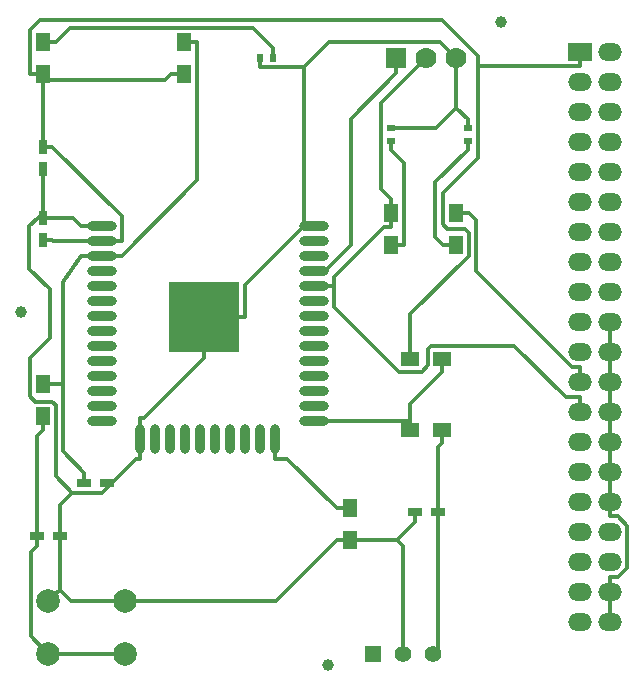
<source format=gbr>
G04 #@! TF.FileFunction,Copper,L1,Top,Signal*
%FSLAX46Y46*%
G04 Gerber Fmt 4.6, Leading zero omitted, Abs format (unit mm)*
G04 Created by KiCad (PCBNEW 4.0.6) date 07/13/17 10:05:15*
%MOMM*%
%LPD*%
G01*
G04 APERTURE LIST*
%ADD10C,0.100000*%
%ADD11R,0.750000X1.200000*%
%ADD12R,1.200000X0.750000*%
%ADD13R,0.600000X0.700000*%
%ADD14R,0.700000X0.600000*%
%ADD15R,1.778000X1.778000*%
%ADD16C,1.778000*%
%ADD17C,2.000000*%
%ADD18R,1.397000X1.397000*%
%ADD19C,1.397000*%
%ADD20O,2.500000X0.900000*%
%ADD21O,0.900000X2.500000*%
%ADD22R,6.000000X6.000000*%
%ADD23R,2.000000X1.524000*%
%ADD24O,2.000000X1.524000*%
%ADD25C,1.000000*%
%ADD26R,1.300000X1.500000*%
%ADD27R,1.500000X1.300000*%
%ADD28C,0.300000*%
G04 APERTURE END LIST*
D10*
D11*
X133000000Y-88950000D03*
X133000000Y-87050000D03*
X133000000Y-93050000D03*
X133000000Y-94950000D03*
D12*
X132550000Y-120000000D03*
X134450000Y-120000000D03*
X136550000Y-115500000D03*
X138450000Y-115500000D03*
X164550000Y-118000000D03*
X166450000Y-118000000D03*
D13*
X152550000Y-79500000D03*
X151450000Y-79500000D03*
D14*
X169000000Y-86550000D03*
X169000000Y-85450000D03*
X162500000Y-86550000D03*
X162500000Y-85450000D03*
D15*
X162960000Y-79500000D03*
D16*
X165500000Y-79500000D03*
X168040000Y-79500000D03*
D17*
X133500000Y-130000000D03*
X133500000Y-125500000D03*
X140000000Y-130000000D03*
X140000000Y-125500000D03*
D18*
X160960000Y-130000000D03*
D19*
X163500000Y-130000000D03*
X166040000Y-130000000D03*
D20*
X156000000Y-93750000D03*
X156000000Y-95020000D03*
X156000000Y-96290000D03*
X156000000Y-97560000D03*
X156000000Y-98830000D03*
X156000000Y-100100000D03*
X156000000Y-101370000D03*
X156000000Y-102640000D03*
X156000000Y-103910000D03*
X156000000Y-105180000D03*
X156000000Y-106450000D03*
X156000000Y-107720000D03*
X156000000Y-108990000D03*
X156000000Y-110260000D03*
D21*
X152715000Y-111750000D03*
X151445000Y-111750000D03*
X150175000Y-111750000D03*
X148905000Y-111750000D03*
X147635000Y-111750000D03*
X146365000Y-111750000D03*
X145095000Y-111750000D03*
X143825000Y-111750000D03*
X142555000Y-111750000D03*
X141285000Y-111750000D03*
D20*
X138000000Y-110260000D03*
X138000000Y-108990000D03*
X138000000Y-107720000D03*
X138000000Y-106450000D03*
X138000000Y-105180000D03*
X138000000Y-103910000D03*
X138000000Y-102640000D03*
X138000000Y-101370000D03*
X138000000Y-100100000D03*
X138000000Y-98830000D03*
X138000000Y-97560000D03*
X138000000Y-96290000D03*
X138000000Y-95020000D03*
X138000000Y-93750000D03*
D22*
X146700000Y-101450000D03*
D23*
X178500000Y-79000000D03*
D24*
X181040000Y-79000000D03*
X178500000Y-91700000D03*
X181040000Y-81540000D03*
X178500000Y-94240000D03*
X181040000Y-84080000D03*
X178500000Y-96780000D03*
X181040000Y-86620000D03*
X178500000Y-99320000D03*
X181040000Y-89160000D03*
X178500000Y-101860000D03*
X181040000Y-91700000D03*
X178500000Y-104400000D03*
X181040000Y-94240000D03*
X178500000Y-106940000D03*
X181040000Y-96780000D03*
X178500000Y-109480000D03*
X181040000Y-99320000D03*
X178500000Y-112020000D03*
X181040000Y-101860000D03*
X178500000Y-114560000D03*
X181040000Y-104400000D03*
X178500000Y-117100000D03*
X181040000Y-106940000D03*
X181040000Y-109480000D03*
X178500000Y-119640000D03*
X181040000Y-112020000D03*
X181040000Y-117100000D03*
X181040000Y-119640000D03*
X181040000Y-122180000D03*
X181040000Y-124720000D03*
X178500000Y-122180000D03*
X178500000Y-124720000D03*
X178500000Y-81540000D03*
X178500000Y-84080000D03*
X178500000Y-86620000D03*
X178500000Y-89160000D03*
X178500000Y-127260000D03*
X181040000Y-127260000D03*
X181040000Y-114560000D03*
D25*
X157200000Y-130900000D03*
X131200000Y-101000000D03*
X171800000Y-76500000D03*
D26*
X133000000Y-78150000D03*
X133000000Y-80850000D03*
X145000000Y-80850000D03*
X145000000Y-78150000D03*
X133000000Y-109850000D03*
X133000000Y-107150000D03*
X162500000Y-92650000D03*
X162500000Y-95350000D03*
X168000000Y-92650000D03*
X168000000Y-95350000D03*
D27*
X166850000Y-111000000D03*
X164150000Y-111000000D03*
X164150000Y-105000000D03*
X166850000Y-105000000D03*
D26*
X159000000Y-120350000D03*
X159000000Y-117650000D03*
D28*
X131874600Y-97349600D02*
X131874600Y-97374600D01*
X131874600Y-97349600D02*
X131874600Y-93762800D01*
X132587400Y-93050000D02*
X131874600Y-93762800D01*
X131899600Y-108165400D02*
X131899600Y-104925000D01*
X132383800Y-108649600D02*
X131899600Y-108165400D01*
X133836400Y-108649600D02*
X132383800Y-108649600D01*
X134100300Y-108913500D02*
X133836400Y-108649600D01*
X134100300Y-114925800D02*
X134100300Y-108913500D01*
X134100300Y-114925800D02*
X135499800Y-116325300D01*
X133600000Y-103224600D02*
X131899600Y-104925000D01*
X133600000Y-99100000D02*
X133600000Y-103224600D01*
X131874600Y-97374600D02*
X133600000Y-99100000D01*
X181040000Y-117100000D02*
X181040000Y-114560000D01*
X181040000Y-114560000D02*
X181040000Y-112020000D01*
X181040000Y-112020000D02*
X181040000Y-109480000D01*
X181040000Y-109480000D02*
X181040000Y-106940000D01*
X181040000Y-106940000D02*
X181040000Y-104400000D01*
X134450000Y-120000000D02*
X134450000Y-119174700D01*
X135499800Y-116325300D02*
X134450000Y-117375100D01*
X134450000Y-117375100D02*
X134450000Y-119174700D01*
X135599700Y-93050000D02*
X136299700Y-93750000D01*
X133000000Y-93050000D02*
X135599700Y-93050000D01*
X138000000Y-93750000D02*
X136299700Y-93750000D01*
X135400000Y-125500000D02*
X134450000Y-124550000D01*
X140000000Y-125500000D02*
X135400000Y-125500000D01*
X133500000Y-125500000D02*
X134450000Y-124550000D01*
X134450000Y-124550000D02*
X134450000Y-120000000D01*
X151450000Y-79500000D02*
X151450000Y-80300300D01*
X164550000Y-118000000D02*
X164550000Y-118825300D01*
X163500000Y-120824700D02*
X163025300Y-120350000D01*
X163500000Y-130000000D02*
X163500000Y-120824700D01*
X163025300Y-120350000D02*
X164550000Y-118825300D01*
X159000000Y-120350000D02*
X163025300Y-120350000D01*
X152749700Y-125500000D02*
X140000000Y-125500000D01*
X157899700Y-120350000D02*
X152749700Y-125500000D01*
X159000000Y-120350000D02*
X157899700Y-120350000D01*
X133000000Y-93050000D02*
X132587400Y-93050000D01*
X133000000Y-92637400D02*
X133000000Y-88950000D01*
X132587400Y-93050000D02*
X133000000Y-92637400D01*
X169000000Y-85450000D02*
X169000000Y-84699700D01*
X166329700Y-85450000D02*
X168040000Y-83739700D01*
X162500000Y-85450000D02*
X166329700Y-85450000D01*
X168040000Y-79500000D02*
X168040000Y-83739700D01*
X168040000Y-83739700D02*
X169000000Y-84699700D01*
X155149900Y-93750000D02*
X155149900Y-80300300D01*
X151450000Y-80300300D02*
X155149900Y-80300300D01*
X166693300Y-78153300D02*
X168040000Y-79500000D01*
X157296900Y-78153300D02*
X166693300Y-78153300D01*
X155149900Y-80300300D02*
X157296900Y-78153300D01*
X181040000Y-101860000D02*
X181040000Y-104400000D01*
X141550600Y-110049700D02*
X146700000Y-104900300D01*
X141285000Y-110049700D02*
X141550600Y-110049700D01*
X146700000Y-101450000D02*
X146700000Y-104900300D01*
X141285000Y-111750000D02*
X141285000Y-110049700D01*
X156000000Y-93750000D02*
X155385600Y-93750000D01*
X155385600Y-93750000D02*
X155149900Y-93750000D01*
X150150300Y-98749600D02*
X150150300Y-101450000D01*
X155149900Y-93750000D02*
X150150300Y-98749600D01*
X146700000Y-101450000D02*
X150150300Y-101450000D01*
X181040000Y-117100000D02*
X181040000Y-118312300D01*
X181040000Y-127260000D02*
X181040000Y-124720000D01*
X181687800Y-118312300D02*
X181040000Y-118312300D01*
X182520500Y-119145000D02*
X181687800Y-118312300D01*
X182520500Y-122709100D02*
X182520500Y-119145000D01*
X181721900Y-123507700D02*
X182520500Y-122709100D01*
X181040000Y-123507700D02*
X181721900Y-123507700D01*
X181040000Y-124720000D02*
X181040000Y-123507700D01*
X138037300Y-116325300D02*
X135499800Y-116325300D01*
X138450000Y-115912600D02*
X138037300Y-116325300D01*
X138450000Y-115500000D02*
X138450000Y-115912600D01*
X140912300Y-113450300D02*
X141285000Y-113450300D01*
X138450000Y-115912600D02*
X140912300Y-113450300D01*
X141285000Y-111750000D02*
X141285000Y-113450300D01*
X132550000Y-120000000D02*
X132550000Y-120825300D01*
X132003200Y-128503200D02*
X133500000Y-130000000D01*
X132003200Y-121372100D02*
X132003200Y-128503200D01*
X132550000Y-120825300D02*
X132003200Y-121372100D01*
X133500000Y-130000000D02*
X140000000Y-130000000D01*
X132550000Y-111500300D02*
X132550000Y-120000000D01*
X133000000Y-111050300D02*
X132550000Y-111500300D01*
X133000000Y-109850000D02*
X133000000Y-111050300D01*
X146100300Y-89890000D02*
X146100300Y-78150000D01*
X139700300Y-96290000D02*
X146100300Y-89890000D01*
X138000000Y-96290000D02*
X139700300Y-96290000D01*
X145000000Y-78150000D02*
X146100300Y-78150000D01*
X134700000Y-98489400D02*
X136299700Y-96290000D01*
X134700000Y-107150000D02*
X134700000Y-98489400D01*
X138000000Y-96290000D02*
X136299700Y-96290000D01*
X133000000Y-107150000D02*
X133950200Y-107150000D01*
X133950200Y-107150000D02*
X134700000Y-107150000D01*
X136550000Y-115500000D02*
X136550000Y-114674700D01*
X134700600Y-107750300D02*
X134700000Y-107150000D01*
X134700600Y-112825300D02*
X134700600Y-107750300D01*
X136550000Y-114674700D02*
X134700600Y-112825300D01*
X166850000Y-111000000D02*
X166850000Y-112100300D01*
X166450000Y-112500300D02*
X166450000Y-118000000D01*
X166850000Y-112100300D02*
X166450000Y-112500300D01*
X166450000Y-129590000D02*
X166040000Y-130000000D01*
X166450000Y-118000000D02*
X166450000Y-129590000D01*
X150799900Y-76949600D02*
X152550000Y-78699700D01*
X135300700Y-76949600D02*
X150799900Y-76949600D01*
X134100300Y-78150000D02*
X135300700Y-76949600D01*
X133000000Y-78150000D02*
X134100300Y-78150000D01*
X152550000Y-79500000D02*
X152550000Y-78699700D01*
X166235800Y-90064500D02*
X169000000Y-87300300D01*
X166235800Y-94686100D02*
X166235800Y-90064500D01*
X166899700Y-95350000D02*
X166235800Y-94686100D01*
X168000000Y-95350000D02*
X166899700Y-95350000D01*
X169000000Y-86550000D02*
X169000000Y-87300300D01*
X163600300Y-88400600D02*
X162500000Y-87300300D01*
X163600300Y-95350000D02*
X163600300Y-88400600D01*
X162500000Y-95350000D02*
X163600300Y-95350000D01*
X162500000Y-86550000D02*
X162500000Y-87300300D01*
X178500000Y-106940000D02*
X178500000Y-105727700D01*
X168000000Y-92650000D02*
X169100300Y-92650000D01*
X169700600Y-93250300D02*
X169100300Y-92650000D01*
X169700600Y-97576100D02*
X169700600Y-93250300D01*
X177852200Y-105727700D02*
X169700600Y-97576100D01*
X178500000Y-105727700D02*
X177852200Y-105727700D01*
X156915500Y-97560000D02*
X156000000Y-97560000D01*
X159116500Y-95359000D02*
X156915500Y-97560000D01*
X159116500Y-84682800D02*
X159116500Y-95359000D01*
X162960000Y-80839300D02*
X159116500Y-84682800D01*
X162960000Y-79500000D02*
X162960000Y-80839300D01*
X157700300Y-98073400D02*
X157700300Y-98830000D01*
X161923400Y-93850300D02*
X157700300Y-98073400D01*
X162500000Y-93850300D02*
X161923400Y-93850300D01*
X156000000Y-98830000D02*
X157700300Y-98830000D01*
X157700300Y-100629100D02*
X157700300Y-98830000D01*
X163171600Y-106100400D02*
X157700300Y-100629100D01*
X165087200Y-106100400D02*
X163171600Y-106100400D01*
X165649600Y-105538000D02*
X165087200Y-106100400D01*
X165649600Y-104137100D02*
X165649600Y-105538000D01*
X165887100Y-103899600D02*
X165649600Y-104137100D01*
X172919600Y-103899600D02*
X165887100Y-103899600D01*
X177287700Y-108267700D02*
X172919600Y-103899600D01*
X178500000Y-108267700D02*
X177287700Y-108267700D01*
X178500000Y-109480000D02*
X178500000Y-108267700D01*
X162500000Y-93250100D02*
X162500000Y-93850300D01*
X162500000Y-93250100D02*
X162500000Y-92650000D01*
X161699600Y-83300400D02*
X165500000Y-79500000D01*
X161699600Y-90649300D02*
X161699600Y-83300400D01*
X162500000Y-91449700D02*
X161699600Y-90649300D01*
X162500000Y-92650000D02*
X162500000Y-91449700D01*
X178500000Y-79000000D02*
X178500000Y-80212300D01*
X133895300Y-95020000D02*
X133825300Y-94950000D01*
X138000000Y-95020000D02*
X133895300Y-95020000D01*
X133000000Y-94950000D02*
X133825300Y-94950000D01*
X138000000Y-95020000D02*
X139700300Y-95020000D01*
X139700300Y-92925000D02*
X139700300Y-95020000D01*
X133825300Y-87050000D02*
X139700300Y-92925000D01*
X133000000Y-87050000D02*
X133825300Y-87050000D01*
X133000000Y-80850000D02*
X132449900Y-80850000D01*
X132449900Y-80850000D02*
X131899700Y-80850000D01*
X145000000Y-80850000D02*
X143899700Y-80850000D01*
X143349600Y-81400100D02*
X143899700Y-80850000D01*
X133000000Y-81400100D02*
X143349600Y-81400100D01*
X133000000Y-87050000D02*
X133000000Y-81400100D01*
X133000000Y-81400100D02*
X132449900Y-80850000D01*
X178500000Y-80212300D02*
X169849800Y-80212300D01*
X169849800Y-79357100D02*
X169849800Y-80212300D01*
X166796100Y-76303400D02*
X169849800Y-79357100D01*
X132784200Y-76303400D02*
X166796100Y-76303400D01*
X131899700Y-77187900D02*
X132784200Y-76303400D01*
X131899700Y-80850000D02*
X131899700Y-77187900D01*
X164150000Y-101236800D02*
X164150000Y-105000000D01*
X169100300Y-96286500D02*
X164150000Y-101236800D01*
X169100300Y-94342100D02*
X169100300Y-96286500D01*
X168758200Y-94000000D02*
X169100300Y-94342100D01*
X167275500Y-94000000D02*
X168758200Y-94000000D01*
X166899700Y-93624200D02*
X167275500Y-94000000D01*
X166899700Y-90937300D02*
X166899700Y-93624200D01*
X169849800Y-87987200D02*
X166899700Y-90937300D01*
X169849800Y-80212300D02*
X169849800Y-87987200D01*
X166850000Y-105000000D02*
X166850000Y-106100300D01*
X156000000Y-110260000D02*
X157700300Y-110260000D01*
X164150000Y-110260000D02*
X157700300Y-110260000D01*
X164150000Y-108800300D02*
X164150000Y-110260000D01*
X166850000Y-106100300D02*
X164150000Y-108800300D01*
X164150000Y-110260000D02*
X164150000Y-111000000D01*
X153700000Y-113450300D02*
X152715000Y-113450300D01*
X157899700Y-117650000D02*
X153700000Y-113450300D01*
X159000000Y-117650000D02*
X157899700Y-117650000D01*
X152715000Y-111750000D02*
X152715000Y-113450300D01*
M02*

</source>
